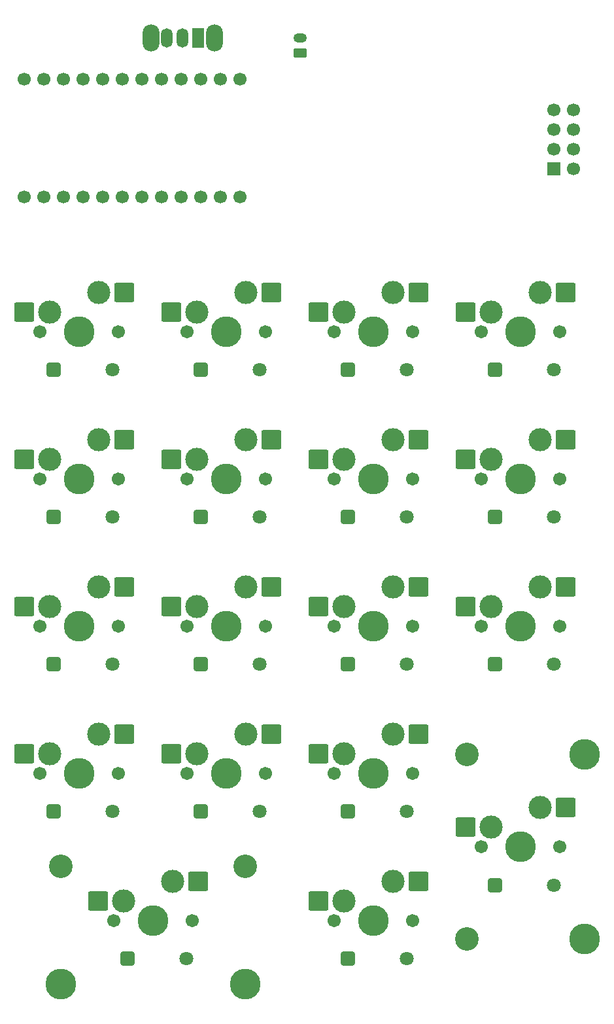
<source format=gbr>
%TF.GenerationSoftware,KiCad,Pcbnew,9.0.6*%
%TF.CreationDate,2026-01-02T18:32:11-05:00*%
%TF.ProjectId,nopanpad,6e6f7061-6e70-4616-942e-6b696361645f,first one lol*%
%TF.SameCoordinates,Original*%
%TF.FileFunction,Soldermask,Bot*%
%TF.FilePolarity,Negative*%
%FSLAX46Y46*%
G04 Gerber Fmt 4.6, Leading zero omitted, Abs format (unit mm)*
G04 Created by KiCad (PCBNEW 9.0.6) date 2026-01-02 18:32:11*
%MOMM*%
%LPD*%
G01*
G04 APERTURE LIST*
G04 Aperture macros list*
%AMRoundRect*
0 Rectangle with rounded corners*
0 $1 Rounding radius*
0 $2 $3 $4 $5 $6 $7 $8 $9 X,Y pos of 4 corners*
0 Add a 4 corners polygon primitive as box body*
4,1,4,$2,$3,$4,$5,$6,$7,$8,$9,$2,$3,0*
0 Add four circle primitives for the rounded corners*
1,1,$1+$1,$2,$3*
1,1,$1+$1,$4,$5*
1,1,$1+$1,$6,$7*
1,1,$1+$1,$8,$9*
0 Add four rect primitives between the rounded corners*
20,1,$1+$1,$2,$3,$4,$5,0*
20,1,$1+$1,$4,$5,$6,$7,0*
20,1,$1+$1,$6,$7,$8,$9,0*
20,1,$1+$1,$8,$9,$2,$3,0*%
G04 Aperture macros list end*
%ADD10RoundRect,0.250000X0.625000X-0.350000X0.625000X0.350000X-0.625000X0.350000X-0.625000X-0.350000X0*%
%ADD11O,1.750000X1.200000*%
%ADD12O,2.200000X3.500000*%
%ADD13R,1.500000X2.500000*%
%ADD14O,1.500000X2.500000*%
%ADD15C,1.700000*%
%ADD16R,1.700000X1.700000*%
%ADD17C,1.701800*%
%ADD18C,3.000000*%
%ADD19C,3.987800*%
%ADD20RoundRect,0.200000X1.075000X1.050000X-1.075000X1.050000X-1.075000X-1.050000X1.075000X-1.050000X0*%
%ADD21RoundRect,0.250000X-0.650000X-0.650000X0.650000X-0.650000X0.650000X0.650000X-0.650000X0.650000X0*%
%ADD22C,1.800000*%
%ADD23C,3.048000*%
G04 APERTURE END LIST*
D10*
%TO.C,JST1*%
X149125000Y-33025000D03*
D11*
X149125000Y-31025000D03*
%TD*%
D12*
%TO.C,REF\u002A\u002A*%
X138000000Y-31000000D03*
X129800000Y-31000000D03*
D13*
X135900000Y-31000000D03*
D14*
X133900000Y-31000000D03*
X131900000Y-31000000D03*
%TD*%
D15*
%TO.C,MCU1*%
X113375000Y-36405000D03*
X115915000Y-36405000D03*
X118455000Y-36405000D03*
X120995000Y-36405000D03*
X123535000Y-36405000D03*
X126075000Y-36405000D03*
X128615000Y-36405000D03*
X131155000Y-36405000D03*
X133695000Y-36405000D03*
X136235000Y-36405000D03*
X138775000Y-36405000D03*
X141315000Y-36405000D03*
X141315000Y-51645000D03*
X138775000Y-51645000D03*
X136235000Y-51645000D03*
X133695000Y-51645000D03*
X131155000Y-51645000D03*
X128615000Y-51645000D03*
X126075000Y-51645000D03*
X123535000Y-51645000D03*
X120995000Y-51645000D03*
X118455000Y-51645000D03*
X115915000Y-51645000D03*
X113375000Y-51645000D03*
%TD*%
D16*
%TO.C,wtf is this?*%
X182000000Y-48000000D03*
D15*
X184540000Y-48000000D03*
X182000000Y-45460000D03*
X184540000Y-45460000D03*
X182000000Y-42920000D03*
X184540000Y-42920000D03*
X182000000Y-40380000D03*
X184540000Y-40380000D03*
%TD*%
D17*
%TO.C,S9*%
X144655000Y-69025000D03*
D18*
X142115000Y-63945000D03*
D19*
X139575000Y-69025000D03*
D18*
X135765000Y-66485000D03*
D17*
X134495000Y-69025000D03*
D20*
X132490000Y-66485000D03*
X145417000Y-63945000D03*
%TD*%
D21*
%TO.C,D3*%
X117230000Y-112100000D03*
D22*
X124850000Y-112100000D03*
%TD*%
D21*
%TO.C,D4*%
X117230000Y-93050000D03*
D22*
X124850000Y-93050000D03*
%TD*%
D17*
%TO.C,S2*%
X125605000Y-126175000D03*
D18*
X123065000Y-121095000D03*
D19*
X120525000Y-126175000D03*
D18*
X116715000Y-123635000D03*
D17*
X115445000Y-126175000D03*
D20*
X113440000Y-123635000D03*
X126367000Y-121095000D03*
%TD*%
D17*
%TO.C,S8*%
X144655000Y-88075000D03*
D18*
X142115000Y-82995000D03*
D19*
X139575000Y-88075000D03*
D18*
X135765000Y-85535000D03*
D17*
X134495000Y-88075000D03*
D20*
X132490000Y-85535000D03*
X145417000Y-82995000D03*
%TD*%
D17*
%TO.C,S7*%
X144655000Y-107125000D03*
D18*
X142115000Y-102045000D03*
D19*
X139575000Y-107125000D03*
D18*
X135765000Y-104585000D03*
D17*
X134495000Y-107125000D03*
D20*
X132490000Y-104585000D03*
X145417000Y-102045000D03*
%TD*%
D21*
%TO.C,D7*%
X136280000Y-112100000D03*
D22*
X143900000Y-112100000D03*
%TD*%
D17*
%TO.C,S11*%
X163705000Y-126175000D03*
D18*
X161165000Y-121095000D03*
D19*
X158625000Y-126175000D03*
D18*
X154815000Y-123635000D03*
D17*
X153545000Y-126175000D03*
D20*
X151540000Y-123635000D03*
X164467000Y-121095000D03*
%TD*%
D17*
%TO.C,S5*%
X125605000Y-69025000D03*
D18*
X123065000Y-63945000D03*
D19*
X120525000Y-69025000D03*
D18*
X116715000Y-66485000D03*
D17*
X115445000Y-69025000D03*
D20*
X113440000Y-66485000D03*
X126367000Y-63945000D03*
%TD*%
D21*
%TO.C,D16*%
X174380000Y-112100000D03*
D22*
X182000000Y-112100000D03*
%TD*%
D21*
%TO.C,D9*%
X136280000Y-74000000D03*
D22*
X143900000Y-74000000D03*
%TD*%
D21*
%TO.C,D10*%
X155330000Y-150200000D03*
D22*
X162950000Y-150200000D03*
%TD*%
D21*
%TO.C,D11*%
X155330000Y-131150000D03*
D22*
X162950000Y-131150000D03*
%TD*%
D21*
%TO.C,D18*%
X174380000Y-74000000D03*
D22*
X182000000Y-74000000D03*
%TD*%
D17*
%TO.C,S4*%
X125605000Y-88075000D03*
D18*
X123065000Y-82995000D03*
D19*
X120525000Y-88075000D03*
D18*
X116715000Y-85535000D03*
D17*
X115445000Y-88075000D03*
D20*
X113440000Y-85535000D03*
X126367000Y-82995000D03*
%TD*%
D17*
%TO.C,S10*%
X163705000Y-145225000D03*
D18*
X161165000Y-140145000D03*
D19*
X158625000Y-145225000D03*
D18*
X154815000Y-142685000D03*
D17*
X153545000Y-145225000D03*
D20*
X151540000Y-142685000D03*
X164467000Y-140145000D03*
%TD*%
D19*
%TO.C,S15*%
X185930000Y-147638000D03*
X185930000Y-123762000D03*
D17*
X182755000Y-135700000D03*
D18*
X180215000Y-130620000D03*
D19*
X177675000Y-135700000D03*
D18*
X173865000Y-133160000D03*
D17*
X172595000Y-135700000D03*
D23*
X170690000Y-147638000D03*
X170690000Y-123762000D03*
D20*
X170590000Y-133160000D03*
X183517000Y-130620000D03*
%TD*%
D21*
%TO.C,D15*%
X174380000Y-140675000D03*
D22*
X182000000Y-140675000D03*
%TD*%
D21*
%TO.C,D13*%
X155330000Y-93050000D03*
D22*
X162950000Y-93050000D03*
%TD*%
D21*
%TO.C,D2*%
X117230000Y-131150000D03*
D22*
X124850000Y-131150000D03*
%TD*%
D21*
%TO.C,D6*%
X136280000Y-131150000D03*
D22*
X143900000Y-131150000D03*
%TD*%
D17*
%TO.C,S12*%
X163705000Y-107125000D03*
D18*
X161165000Y-102045000D03*
D19*
X158625000Y-107125000D03*
D18*
X154815000Y-104585000D03*
D17*
X153545000Y-107125000D03*
D20*
X151540000Y-104585000D03*
X164467000Y-102045000D03*
%TD*%
D21*
%TO.C,D5*%
X117230000Y-74000000D03*
D22*
X124850000Y-74000000D03*
%TD*%
D19*
%TO.C,S1*%
X141988000Y-153480000D03*
D23*
X141988000Y-138240000D03*
D17*
X135130000Y-145225000D03*
D18*
X132590000Y-140145000D03*
D19*
X130050000Y-145225000D03*
D18*
X126240000Y-142685000D03*
D17*
X124970000Y-145225000D03*
D19*
X118112000Y-153480000D03*
D23*
X118112000Y-138240000D03*
D20*
X122965000Y-142685000D03*
X135892000Y-140145000D03*
%TD*%
D17*
%TO.C,S14*%
X163705000Y-69025000D03*
D18*
X161165000Y-63945000D03*
D19*
X158625000Y-69025000D03*
D18*
X154815000Y-66485000D03*
D17*
X153545000Y-69025000D03*
D20*
X151540000Y-66485000D03*
X164467000Y-63945000D03*
%TD*%
D21*
%TO.C,D1*%
X126755000Y-150200000D03*
D22*
X134375000Y-150200000D03*
%TD*%
D21*
%TO.C,D12*%
X155330000Y-112100000D03*
D22*
X162950000Y-112100000D03*
%TD*%
D21*
%TO.C,D17*%
X174380000Y-93050000D03*
D22*
X182000000Y-93050000D03*
%TD*%
D17*
%TO.C,S13*%
X163705000Y-88075000D03*
D18*
X161165000Y-82995000D03*
D19*
X158625000Y-88075000D03*
D18*
X154815000Y-85535000D03*
D17*
X153545000Y-88075000D03*
D20*
X151540000Y-85535000D03*
X164467000Y-82995000D03*
%TD*%
D17*
%TO.C,S17*%
X182755000Y-88075000D03*
D18*
X180215000Y-82995000D03*
D19*
X177675000Y-88075000D03*
D18*
X173865000Y-85535000D03*
D17*
X172595000Y-88075000D03*
D20*
X170590000Y-85535000D03*
X183517000Y-82995000D03*
%TD*%
D21*
%TO.C,D8*%
X136280000Y-93050000D03*
D22*
X143900000Y-93050000D03*
%TD*%
D17*
%TO.C,S18*%
X182755000Y-69025000D03*
D18*
X180215000Y-63945000D03*
D19*
X177675000Y-69025000D03*
D18*
X173865000Y-66485000D03*
D17*
X172595000Y-69025000D03*
D20*
X170590000Y-66485000D03*
X183517000Y-63945000D03*
%TD*%
D21*
%TO.C,D14*%
X155330000Y-74000000D03*
D22*
X162950000Y-74000000D03*
%TD*%
D17*
%TO.C,S16*%
X182755000Y-107125000D03*
D18*
X180215000Y-102045000D03*
D19*
X177675000Y-107125000D03*
D18*
X173865000Y-104585000D03*
D17*
X172595000Y-107125000D03*
D20*
X170590000Y-104585000D03*
X183517000Y-102045000D03*
%TD*%
D17*
%TO.C,S3*%
X125605000Y-107125000D03*
D18*
X123065000Y-102045000D03*
D19*
X120525000Y-107125000D03*
D18*
X116715000Y-104585000D03*
D17*
X115445000Y-107125000D03*
D20*
X113440000Y-104585000D03*
X126367000Y-102045000D03*
%TD*%
D17*
%TO.C,S6*%
X144655000Y-126175000D03*
D18*
X142115000Y-121095000D03*
D19*
X139575000Y-126175000D03*
D18*
X135765000Y-123635000D03*
D17*
X134495000Y-126175000D03*
D20*
X132490000Y-123635000D03*
X145417000Y-121095000D03*
%TD*%
M02*

</source>
